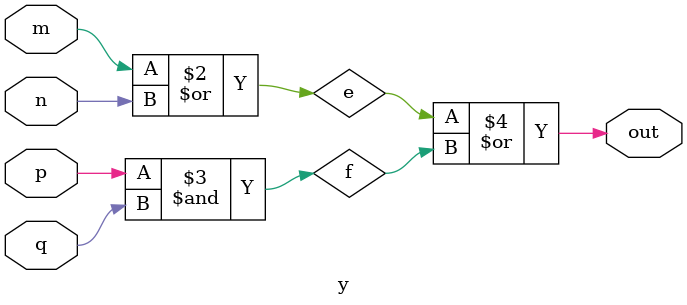
<source format=v>
module top_module;
    reg m,n,p,q;
    wire out;

    y dut(.m(m),.n(n),.p(p),.q(q),.out(out));

    initial begin
      $monitor($time," ",m,n,n,q,out);
        #10;
        repeat(20) begin
            m = $random;
            n = $random;
            p = $random;
            q = $random;
        end
    end
endmodule

module y(input m,n,p,q, output reg out);
    reg e,f;
	
  always@(*) begin
     e = m|n;
     f = p&q;
    #15 out = e|f;
  end
endmodule



</source>
